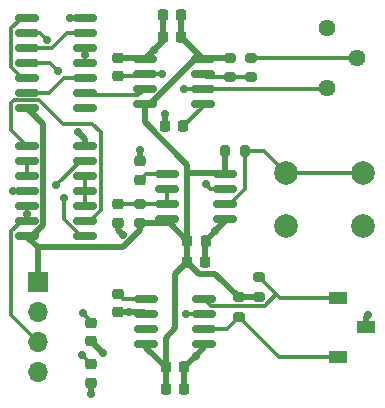
<source format=gtl>
%TF.GenerationSoftware,KiCad,Pcbnew,8.0.7*%
%TF.CreationDate,2025-01-18T18:37:27+05:30*%
%TF.ProjectId,AOS16 Timer,414f5331-3620-4546-996d-65722e6b6963,rev?*%
%TF.SameCoordinates,Original*%
%TF.FileFunction,Copper,L1,Top*%
%TF.FilePolarity,Positive*%
%FSLAX46Y46*%
G04 Gerber Fmt 4.6, Leading zero omitted, Abs format (unit mm)*
G04 Created by KiCad (PCBNEW 8.0.7) date 2025-01-18 18:37:27*
%MOMM*%
%LPD*%
G01*
G04 APERTURE LIST*
G04 Aperture macros list*
%AMRoundRect*
0 Rectangle with rounded corners*
0 $1 Rounding radius*
0 $2 $3 $4 $5 $6 $7 $8 $9 X,Y pos of 4 corners*
0 Add a 4 corners polygon primitive as box body*
4,1,4,$2,$3,$4,$5,$6,$7,$8,$9,$2,$3,0*
0 Add four circle primitives for the rounded corners*
1,1,$1+$1,$2,$3*
1,1,$1+$1,$4,$5*
1,1,$1+$1,$6,$7*
1,1,$1+$1,$8,$9*
0 Add four rect primitives between the rounded corners*
20,1,$1+$1,$2,$3,$4,$5,0*
20,1,$1+$1,$4,$5,$6,$7,0*
20,1,$1+$1,$6,$7,$8,$9,0*
20,1,$1+$1,$8,$9,$2,$3,0*%
G04 Aperture macros list end*
%TA.AperFunction,SMDPad,CuDef*%
%ADD10RoundRect,0.218750X0.256250X-0.218750X0.256250X0.218750X-0.256250X0.218750X-0.256250X-0.218750X0*%
%TD*%
%TA.AperFunction,SMDPad,CuDef*%
%ADD11RoundRect,0.150000X-0.825000X-0.150000X0.825000X-0.150000X0.825000X0.150000X-0.825000X0.150000X0*%
%TD*%
%TA.AperFunction,SMDPad,CuDef*%
%ADD12RoundRect,0.225000X0.250000X-0.225000X0.250000X0.225000X-0.250000X0.225000X-0.250000X-0.225000X0*%
%TD*%
%TA.AperFunction,SMDPad,CuDef*%
%ADD13RoundRect,0.225000X0.225000X0.250000X-0.225000X0.250000X-0.225000X-0.250000X0.225000X-0.250000X0*%
%TD*%
%TA.AperFunction,SMDPad,CuDef*%
%ADD14RoundRect,0.200000X0.200000X0.275000X-0.200000X0.275000X-0.200000X-0.275000X0.200000X-0.275000X0*%
%TD*%
%TA.AperFunction,SMDPad,CuDef*%
%ADD15RoundRect,0.225000X-0.250000X0.225000X-0.250000X-0.225000X0.250000X-0.225000X0.250000X0.225000X0*%
%TD*%
%TA.AperFunction,SMDPad,CuDef*%
%ADD16RoundRect,0.150000X0.825000X0.150000X-0.825000X0.150000X-0.825000X-0.150000X0.825000X-0.150000X0*%
%TD*%
%TA.AperFunction,SMDPad,CuDef*%
%ADD17R,1.600000X1.000000*%
%TD*%
%TA.AperFunction,SMDPad,CuDef*%
%ADD18RoundRect,0.200000X-0.275000X0.200000X-0.275000X-0.200000X0.275000X-0.200000X0.275000X0.200000X0*%
%TD*%
%TA.AperFunction,SMDPad,CuDef*%
%ADD19RoundRect,0.200000X0.275000X-0.200000X0.275000X0.200000X-0.275000X0.200000X-0.275000X-0.200000X0*%
%TD*%
%TA.AperFunction,SMDPad,CuDef*%
%ADD20RoundRect,0.225000X-0.225000X-0.250000X0.225000X-0.250000X0.225000X0.250000X-0.225000X0.250000X0*%
%TD*%
%TA.AperFunction,ComponentPad*%
%ADD21C,1.440000*%
%TD*%
%TA.AperFunction,ComponentPad*%
%ADD22R,1.700000X1.700000*%
%TD*%
%TA.AperFunction,ComponentPad*%
%ADD23O,1.700000X1.700000*%
%TD*%
%TA.AperFunction,ComponentPad*%
%ADD24C,2.000000*%
%TD*%
%TA.AperFunction,ViaPad*%
%ADD25C,0.700000*%
%TD*%
%TA.AperFunction,Conductor*%
%ADD26C,0.300000*%
%TD*%
%TA.AperFunction,Conductor*%
%ADD27C,0.500000*%
%TD*%
G04 APERTURE END LIST*
D10*
%TO.P,D2,1,K*%
%TO.N,GND*%
X78000000Y-87487500D03*
%TO.P,D2,2,A*%
%TO.N,Net-(D2-A)*%
X78000000Y-85912500D03*
%TD*%
D11*
%TO.P,U1,1,GND*%
%TO.N,GND*%
X82525000Y-63595000D03*
%TO.P,U1,2,TR*%
%TO.N,Net-(U1-THR)*%
X82525000Y-64865000D03*
%TO.P,U1,3,Q*%
%TO.N,Net-(U1-Q)*%
X82525000Y-66135000D03*
%TO.P,U1,4,R*%
%TO.N,VCC*%
X82525000Y-67405000D03*
%TO.P,U1,5,CV*%
%TO.N,Net-(U1-CV)*%
X87475000Y-67405000D03*
%TO.P,U1,6,THR*%
%TO.N,Net-(U1-THR)*%
X87475000Y-66135000D03*
%TO.P,U1,7,DIS*%
%TO.N,Net-(U1-DIS)*%
X87475000Y-64865000D03*
%TO.P,U1,8,VCC*%
%TO.N,VCC*%
X87475000Y-63595000D03*
%TD*%
D12*
%TO.P,C5,1*%
%TO.N,Net-(U2-CV)*%
X82088300Y-73800000D03*
%TO.P,C5,2*%
%TO.N,GND*%
X82088300Y-72250000D03*
%TD*%
D13*
%TO.P,C3,1*%
%TO.N,VCC*%
X85600000Y-61700000D03*
%TO.P,C3,2*%
%TO.N,GND*%
X84050000Y-61700000D03*
%TD*%
D14*
%TO.P,R3,1*%
%TO.N,Net-(U2-TR)*%
X91000000Y-71350000D03*
%TO.P,R3,2*%
%TO.N,VCC*%
X89350000Y-71350000D03*
%TD*%
D12*
%TO.P,C1,1*%
%TO.N,Net-(U1-THR)*%
X80285000Y-65075000D03*
%TO.P,C1,2*%
%TO.N,GND*%
X80285000Y-63525000D03*
%TD*%
D15*
%TO.P,C6,1*%
%TO.N,Net-(U2-DIS)*%
X80250000Y-75900000D03*
%TO.P,C6,2*%
%TO.N,GND*%
X80250000Y-77450000D03*
%TD*%
D16*
%TO.P,U3,1,GND*%
%TO.N,GND*%
X87563300Y-87705000D03*
%TO.P,U3,2,TR*%
%TO.N,Net-(U3-TR)*%
X87563300Y-86435000D03*
%TO.P,U3,3,Q*%
%TO.N,Net-(U3-Q)*%
X87563300Y-85165000D03*
%TO.P,U3,4,R*%
%TO.N,Net-(U3-R)*%
X87563300Y-83895000D03*
%TO.P,U3,5,CV*%
%TO.N,Net-(U3-CV)*%
X82613300Y-83895000D03*
%TO.P,U3,6,THR*%
%TO.N,GND*%
X82613300Y-85165000D03*
%TO.P,U3,7,DIS*%
%TO.N,unconnected-(U3-DIS-Pad7)*%
X82613300Y-86435000D03*
%TO.P,U3,8,VCC*%
%TO.N,VCC*%
X82613300Y-87705000D03*
%TD*%
D17*
%TO.P,S1,1,1*%
%TO.N,Net-(U3-R)*%
X98875000Y-83800000D03*
%TO.P,S1,2,2*%
%TO.N,GND*%
X101275000Y-86300000D03*
%TO.P,S1,3,3*%
%TO.N,Net-(U3-TR)*%
X98875000Y-88800000D03*
%TD*%
D13*
%TO.P,C2,1*%
%TO.N,Net-(U1-CV)*%
X85800000Y-69300000D03*
%TO.P,C2,2*%
%TO.N,GND*%
X84250000Y-69300000D03*
%TD*%
D18*
%TO.P,R1,1*%
%TO.N,VCC*%
X89750000Y-63475000D03*
%TO.P,R1,2*%
%TO.N,Net-(U1-DIS)*%
X89750000Y-65125000D03*
%TD*%
D10*
%TO.P,D1,1,K*%
%TO.N,GND*%
X78000000Y-91000000D03*
%TO.P,D1,2,A*%
%TO.N,Net-(D1-A)*%
X78000000Y-89425000D03*
%TD*%
D19*
%TO.P,R4,1*%
%TO.N,VCC*%
X82150000Y-77500000D03*
%TO.P,R4,2*%
%TO.N,Net-(U2-DIS)*%
X82150000Y-75850000D03*
%TD*%
D20*
%TO.P,C8,1*%
%TO.N,VCC*%
X86138300Y-79000000D03*
%TO.P,C8,2*%
%TO.N,GND*%
X87688300Y-79000000D03*
%TD*%
D18*
%TO.P,R6,1*%
%TO.N,VCC*%
X90500000Y-83750000D03*
%TO.P,R6,2*%
%TO.N,Net-(U3-TR)*%
X90500000Y-85400000D03*
%TD*%
D16*
%TO.P,U5,1*%
%TO.N,Net-(U4-Pad11)*%
X77475000Y-78560000D03*
%TO.P,U5,2*%
%TO.N,Net-(U5-Pad2)*%
X77475000Y-77290000D03*
%TO.P,U5,3*%
%TO.N,Net-(U5-Pad3)*%
X77475000Y-76020000D03*
%TO.P,U5,4*%
X77475000Y-74750000D03*
%TO.P,U5,5*%
X77475000Y-73480000D03*
%TO.P,U5,6*%
%TO.N,Net-(J1-Pin_3)*%
X77475000Y-72210000D03*
%TO.P,U5,7,GND*%
%TO.N,GND*%
X77475000Y-70940000D03*
%TO.P,U5,8*%
%TO.N,Net-(U5-Pad2)*%
X72525000Y-70940000D03*
%TO.P,U5,9*%
%TO.N,/HLT*%
X72525000Y-72210000D03*
%TO.P,U5,10*%
X72525000Y-73480000D03*
%TO.P,U5,11*%
%TO.N,Net-(J1-Pin_4)*%
X72525000Y-74750000D03*
%TO.P,U5,12*%
%TO.N,Net-(J1-Pin_3)*%
X72525000Y-76020000D03*
%TO.P,U5,13*%
X72525000Y-77290000D03*
%TO.P,U5,14,VCC*%
%TO.N,VCC*%
X72525000Y-78560000D03*
%TD*%
D19*
%TO.P,R2,1*%
%TO.N,Net-(U1-DIS)*%
X91500000Y-65150000D03*
%TO.P,R2,2*%
%TO.N,Net-(R2-Pad2)*%
X91500000Y-63500000D03*
%TD*%
%TO.P,R5,1*%
%TO.N,VCC*%
X92225000Y-83725000D03*
%TO.P,R5,2*%
%TO.N,Net-(U3-R)*%
X92225000Y-82075000D03*
%TD*%
D13*
%TO.P,C4,1*%
%TO.N,VCC*%
X85600000Y-59900000D03*
%TO.P,C4,2*%
%TO.N,GND*%
X84050000Y-59900000D03*
%TD*%
D21*
%TO.P,RV1,1,1*%
%TO.N,Net-(U1-THR)*%
X97960000Y-66040000D03*
%TO.P,RV1,2,2*%
%TO.N,Net-(R2-Pad2)*%
X100500000Y-63500000D03*
%TO.P,RV1,3,3*%
%TO.N,unconnected-(RV1-Pad3)*%
X97960000Y-60960000D03*
%TD*%
D15*
%TO.P,C9,1*%
%TO.N,Net-(U3-CV)*%
X80288300Y-83505000D03*
%TO.P,C9,2*%
%TO.N,GND*%
X80288300Y-85055000D03*
%TD*%
D22*
%TO.P,J1,1,Pin_1*%
%TO.N,VCC*%
X73500000Y-82500000D03*
D23*
%TO.P,J1,2,Pin_2*%
%TO.N,GND*%
X73500000Y-85040000D03*
%TO.P,J1,3,Pin_3*%
%TO.N,Net-(J1-Pin_3)*%
X73500000Y-87580000D03*
%TO.P,J1,4,Pin_4*%
%TO.N,Net-(J1-Pin_4)*%
X73500000Y-90120000D03*
%TD*%
D16*
%TO.P,U2,1,GND*%
%TO.N,GND*%
X89363300Y-77105000D03*
%TO.P,U2,2,TR*%
%TO.N,Net-(U2-TR)*%
X89363300Y-75835000D03*
%TO.P,U2,3,Q*%
%TO.N,Net-(U2-Q)*%
X89363300Y-74565000D03*
%TO.P,U2,4,R*%
%TO.N,VCC*%
X89363300Y-73295000D03*
%TO.P,U2,5,CV*%
%TO.N,Net-(U2-CV)*%
X84413300Y-73295000D03*
%TO.P,U2,6,THR*%
%TO.N,Net-(U2-DIS)*%
X84413300Y-74565000D03*
%TO.P,U2,7,DIS*%
X84413300Y-75835000D03*
%TO.P,U2,8,VCC*%
%TO.N,VCC*%
X84413300Y-77105000D03*
%TD*%
D20*
%TO.P,C10,1*%
%TO.N,VCC*%
X84288300Y-89705000D03*
%TO.P,C10,2*%
%TO.N,GND*%
X85838300Y-89705000D03*
%TD*%
D24*
%TO.P,SW1,1,1*%
%TO.N,GND*%
X101000000Y-77750000D03*
X94500000Y-77750000D03*
%TO.P,SW1,2,2*%
%TO.N,Net-(U2-TR)*%
X101000000Y-73250000D03*
X94500000Y-73250000D03*
%TD*%
D20*
%TO.P,C7,1*%
%TO.N,VCC*%
X86113300Y-80800000D03*
%TO.P,C7,2*%
%TO.N,GND*%
X87663300Y-80800000D03*
%TD*%
%TO.P,C11,1*%
%TO.N,VCC*%
X84288300Y-91505000D03*
%TO.P,C11,2*%
%TO.N,GND*%
X85838300Y-91505000D03*
%TD*%
D16*
%TO.P,U4,1*%
%TO.N,Net-(U3-Q)*%
X77475000Y-67710000D03*
%TO.P,U4,2*%
%TO.N,Net-(U1-Q)*%
X77475000Y-66440000D03*
%TO.P,U4,3*%
%TO.N,Net-(U4-Pad13)*%
X77475000Y-65170000D03*
%TO.P,U4,4*%
%TO.N,Net-(U3-Q)*%
X77475000Y-63900000D03*
%TO.P,U4,5*%
X77475000Y-62630000D03*
%TO.P,U4,6*%
%TO.N,Net-(U4-Pad10)*%
X77475000Y-61360000D03*
%TO.P,U4,7,GND*%
%TO.N,GND*%
X77475000Y-60090000D03*
%TO.P,U4,8*%
%TO.N,Net-(U4-Pad12)*%
X72525000Y-60090000D03*
%TO.P,U4,9*%
%TO.N,Net-(U2-Q)*%
X72525000Y-61360000D03*
%TO.P,U4,10*%
%TO.N,Net-(U4-Pad10)*%
X72525000Y-62630000D03*
%TO.P,U4,11*%
%TO.N,Net-(U4-Pad11)*%
X72525000Y-63900000D03*
%TO.P,U4,12*%
%TO.N,Net-(U4-Pad12)*%
X72525000Y-65170000D03*
%TO.P,U4,13*%
%TO.N,Net-(U4-Pad13)*%
X72525000Y-66440000D03*
%TO.P,U4,14,VCC*%
%TO.N,VCC*%
X72525000Y-67710000D03*
%TD*%
D25*
%TO.N,Net-(U1-THR)*%
X85850000Y-66100000D03*
%TO.N,GND*%
X88506650Y-78181650D03*
X81225000Y-85055000D03*
X83322500Y-62797500D03*
%TO.N,Net-(J1-Pin_3)*%
X72575000Y-76725000D03*
X75025000Y-74284400D03*
%TO.N,Net-(U3-Q)*%
X86000000Y-85225000D03*
X77475000Y-63300000D03*
%TO.N,Net-(D2-A)*%
X77275000Y-85137500D03*
%TO.N,Net-(D1-A)*%
X77200000Y-88625000D03*
%TO.N,Net-(J1-Pin_4)*%
X71400000Y-74750000D03*
%TO.N,Net-(U4-Pad11)*%
X75200000Y-64600000D03*
X75677400Y-75325000D03*
%TO.N,Net-(U2-Q)*%
X74275000Y-61975000D03*
X87693900Y-74174500D03*
%TO.N,Net-(U1-THR)*%
X83950000Y-64865000D03*
%TO.N,GND*%
X76169700Y-60131600D03*
X76900000Y-69800000D03*
X101427500Y-85245800D03*
X86850000Y-88725000D03*
X80650000Y-78475000D03*
X84250000Y-68291300D03*
X82088300Y-71261600D03*
X78000000Y-91972000D03*
X79009000Y-88500000D03*
%TD*%
D26*
%TO.N,Net-(U4-Pad11)*%
X77126054Y-78560000D02*
X77475000Y-78560000D01*
X75677400Y-77111346D02*
X77126054Y-78560000D01*
X75677400Y-75325000D02*
X75677400Y-77111346D01*
%TO.N,Net-(U2-Q)*%
X73645200Y-61360000D02*
X72525000Y-61360000D01*
X74260200Y-61975000D02*
X73645200Y-61360000D01*
X74275000Y-61975000D02*
X74260200Y-61975000D01*
%TO.N,Net-(U4-Pad10)*%
X75940000Y-61360000D02*
X77475000Y-61360000D01*
X72525000Y-62630000D02*
X74670000Y-62630000D01*
X74670000Y-62630000D02*
X75940000Y-61360000D01*
%TO.N,Net-(U2-TR)*%
X91000000Y-74597000D02*
X91000000Y-71350000D01*
X89762000Y-75835000D02*
X91000000Y-74597000D01*
X89363300Y-75835000D02*
X89762000Y-75835000D01*
%TO.N,Net-(J1-Pin_4)*%
X71400000Y-74750000D02*
X72525000Y-74750000D01*
%TO.N,Net-(U4-Pad11)*%
X74500000Y-63900000D02*
X72525000Y-63900000D01*
X75200000Y-64600000D02*
X74500000Y-63900000D01*
%TO.N,Net-(U4-Pad13)*%
X74460000Y-66440000D02*
X72525000Y-66440000D01*
X75730000Y-65170000D02*
X74460000Y-66440000D01*
X77475000Y-65170000D02*
X75730000Y-65170000D01*
D27*
%TO.N,GND*%
X77475000Y-70375000D02*
X77475000Y-70940000D01*
X76900000Y-69800000D02*
X77475000Y-70375000D01*
D26*
%TO.N,Net-(U5-Pad2)*%
X77898900Y-77290000D02*
X77475000Y-77290000D01*
X78793700Y-76395200D02*
X77898900Y-77290000D01*
X78793700Y-69793700D02*
X78793700Y-76395200D01*
X78100000Y-69100000D02*
X78793700Y-69793700D01*
X71494000Y-67075000D02*
X73574900Y-67075000D01*
X71210600Y-67358400D02*
X71494000Y-67075000D01*
X71210600Y-69625600D02*
X71210600Y-67358400D01*
X73574900Y-67075000D02*
X75599900Y-69100000D01*
X75599900Y-69100000D02*
X78100000Y-69100000D01*
X72525000Y-70940000D02*
X71210600Y-69625600D01*
D27*
%TO.N,GND*%
X79009000Y-88500000D02*
X78000000Y-87491000D01*
X78000000Y-87491000D02*
X78000000Y-87487500D01*
X80250000Y-78075000D02*
X80650000Y-78475000D01*
X80250000Y-77450000D02*
X80250000Y-78075000D01*
%TO.N,VCC*%
X82150000Y-78100000D02*
X82150000Y-77500000D01*
X80715000Y-79535000D02*
X82150000Y-78100000D01*
X73500000Y-79535000D02*
X80715000Y-79535000D01*
D26*
%TO.N,Net-(D2-A)*%
X78000000Y-85862500D02*
X78000000Y-85912500D01*
X77275000Y-85137500D02*
X78000000Y-85862500D01*
%TO.N,Net-(D1-A)*%
X77200000Y-88625000D02*
X78000000Y-89425000D01*
%TO.N,Net-(U1-THR)*%
X87440000Y-66100000D02*
X87475000Y-66135000D01*
X85850000Y-66100000D02*
X87440000Y-66100000D01*
D27*
%TO.N,VCC*%
X86825368Y-63595000D02*
X83015368Y-67405000D01*
X87475000Y-63595000D02*
X86825368Y-63595000D01*
X83015368Y-67405000D02*
X82525000Y-67405000D01*
%TO.N,GND*%
X88506650Y-78181650D02*
X87688300Y-79000000D01*
X89363300Y-77325000D02*
X88506650Y-78181650D01*
X89363300Y-77105000D02*
X89363300Y-77325000D01*
D26*
%TO.N,Net-(U2-TR)*%
X94500000Y-73250000D02*
X101000000Y-73250000D01*
D27*
%TO.N,GND*%
X81225000Y-85055000D02*
X82503300Y-85055000D01*
D26*
%TO.N,Net-(U3-R)*%
X92719500Y-84480500D02*
X88148800Y-84480500D01*
X93669600Y-83530400D02*
X92719500Y-84480500D01*
X93680500Y-83530400D02*
X93669600Y-83530400D01*
X88148800Y-84480500D02*
X87563300Y-83895000D01*
X93950100Y-83800000D02*
X93680500Y-83530400D01*
X98875000Y-83800000D02*
X93950100Y-83800000D01*
%TO.N,Net-(U3-TR)*%
X93900000Y-88800000D02*
X90500000Y-85400000D01*
X98875000Y-88800000D02*
X93900000Y-88800000D01*
D27*
%TO.N,VCC*%
X85600000Y-61720000D02*
X87475000Y-63595000D01*
X85600000Y-61700000D02*
X85600000Y-61720000D01*
%TO.N,GND*%
X83322500Y-62797500D02*
X82525000Y-63595000D01*
X82455000Y-63525000D02*
X82525000Y-63595000D01*
X80285000Y-63525000D02*
X82455000Y-63525000D01*
X84050000Y-62070000D02*
X83322500Y-62797500D01*
X84050000Y-61700000D02*
X84050000Y-62070000D01*
X76211300Y-60090000D02*
X77475000Y-60090000D01*
X76169700Y-60131600D02*
X76211300Y-60090000D01*
D26*
%TO.N,Net-(J1-Pin_3)*%
X71205100Y-85285100D02*
X71205100Y-78184200D01*
X71205100Y-78184200D02*
X72099300Y-77290000D01*
X72099300Y-77290000D02*
X72525000Y-77290000D01*
X73500000Y-87580000D02*
X71205100Y-85285100D01*
%TO.N,Net-(U3-Q)*%
X86000000Y-85225000D02*
X87503300Y-85225000D01*
X87503300Y-85225000D02*
X87563300Y-85165000D01*
X77475000Y-63300000D02*
X77475000Y-63900000D01*
D27*
%TO.N,VCC*%
X85125000Y-81788300D02*
X85125000Y-86409588D01*
X86113300Y-80800000D02*
X85125000Y-81788300D01*
X85125000Y-86409588D02*
X84288300Y-87246288D01*
X84288300Y-87246288D02*
X84288300Y-89705000D01*
%TO.N,GND*%
X87563300Y-88011700D02*
X87563300Y-87705000D01*
X85870000Y-89705000D02*
X85838300Y-89705000D01*
X86850000Y-88725000D02*
X85870000Y-89705000D01*
X86850000Y-88725000D02*
X87563300Y-88011700D01*
D26*
%TO.N,Net-(U1-THR)*%
X83950000Y-64865000D02*
X82525000Y-64865000D01*
%TO.N,Net-(U5-Pad3)*%
X77475000Y-73480000D02*
X77475000Y-74750000D01*
X77475000Y-74750000D02*
X77475000Y-76020000D01*
%TO.N,/HLT*%
X72525000Y-73480000D02*
X72525000Y-72210000D01*
%TO.N,Net-(J1-Pin_3)*%
X72525000Y-77290000D02*
X72525000Y-76020000D01*
%TO.N,Net-(U4-Pad12)*%
X72104200Y-60090000D02*
X72525000Y-60090000D01*
X71240100Y-60954100D02*
X72104200Y-60090000D01*
X71240100Y-64283800D02*
X71240100Y-60954100D01*
X72126300Y-65170000D02*
X71240100Y-64283800D01*
X72525000Y-65170000D02*
X72126300Y-65170000D01*
%TO.N,Net-(U3-Q)*%
X77475000Y-62630000D02*
X77475000Y-63300000D01*
%TO.N,Net-(U2-Q)*%
X88084400Y-74565000D02*
X87693900Y-74174500D01*
X89363300Y-74565000D02*
X88084400Y-74565000D01*
%TO.N,Net-(U1-Q)*%
X81976100Y-66683900D02*
X82525000Y-66135000D01*
X77718900Y-66683900D02*
X81976100Y-66683900D01*
X77475000Y-66440000D02*
X77718900Y-66683900D01*
%TO.N,Net-(U3-TR)*%
X89465000Y-86435000D02*
X87563300Y-86435000D01*
X90500000Y-85400000D02*
X89465000Y-86435000D01*
%TO.N,Net-(U3-R)*%
X93680500Y-83530400D02*
X92225000Y-82075000D01*
%TO.N,Net-(U2-TR)*%
X92600000Y-71350000D02*
X91000000Y-71350000D01*
X94500000Y-73250000D02*
X92600000Y-71350000D01*
%TO.N,Net-(U3-CV)*%
X80678300Y-83895000D02*
X80288300Y-83505000D01*
X82613300Y-83895000D02*
X80678300Y-83895000D01*
%TO.N,Net-(U2-DIS)*%
X84413300Y-75835000D02*
X84413300Y-74565000D01*
X82165000Y-75835000D02*
X82150000Y-75850000D01*
X84413300Y-75835000D02*
X82165000Y-75835000D01*
X82100000Y-75900000D02*
X82150000Y-75850000D01*
X80250000Y-75900000D02*
X82100000Y-75900000D01*
%TO.N,Net-(U1-CV)*%
X87475000Y-67625000D02*
X87475000Y-67405000D01*
X85800000Y-69300000D02*
X87475000Y-67625000D01*
%TO.N,Net-(U2-CV)*%
X82593300Y-73295000D02*
X82088300Y-73800000D01*
X84413300Y-73295000D02*
X82593300Y-73295000D01*
%TO.N,Net-(R2-Pad2)*%
X100500000Y-63500000D02*
X91500000Y-63500000D01*
%TO.N,Net-(U1-DIS)*%
X91475000Y-65125000D02*
X89750000Y-65125000D01*
X91500000Y-65150000D02*
X91475000Y-65125000D01*
X87735000Y-65125000D02*
X87475000Y-64865000D01*
X89750000Y-65125000D02*
X87735000Y-65125000D01*
D27*
%TO.N,VCC*%
X73500000Y-82500000D02*
X73500000Y-81248300D01*
X84288300Y-91505000D02*
X84288300Y-89705000D01*
X87595000Y-63475000D02*
X87475000Y-63595000D01*
X89750000Y-63475000D02*
X87595000Y-63475000D01*
X84413300Y-77500000D02*
X82150000Y-77500000D01*
X84413300Y-77500100D02*
X84413300Y-77500000D01*
X84638400Y-77500100D02*
X84413300Y-77500100D01*
X86138300Y-79000000D02*
X84638400Y-77500100D01*
X84413300Y-77500000D02*
X84413300Y-77105000D01*
X87081600Y-81768300D02*
X86113300Y-80800000D01*
X88518300Y-81768300D02*
X87081600Y-81768300D01*
X90500000Y-83750000D02*
X88518300Y-81768300D01*
X82613300Y-88030000D02*
X82613300Y-87705000D01*
X84288300Y-89705000D02*
X82613300Y-88030000D01*
X90525000Y-83725000D02*
X90500000Y-83750000D01*
X92225000Y-83725000D02*
X90525000Y-83725000D01*
X86138300Y-80775000D02*
X86113300Y-80800000D01*
X86138300Y-79000000D02*
X86138300Y-80775000D01*
X85600000Y-59900000D02*
X85600000Y-61700000D01*
X73500000Y-79535000D02*
X72768800Y-78803700D01*
X73500000Y-81248300D02*
X73500000Y-79535000D01*
X72768800Y-78803700D02*
X72525000Y-78560000D01*
X89363300Y-73295000D02*
X89350000Y-73281700D01*
X89350000Y-73281700D02*
X89350000Y-71350000D01*
X86138300Y-73281700D02*
X89350000Y-73281700D01*
X86138300Y-73281700D02*
X86138300Y-79000000D01*
X73933000Y-77639500D02*
X72768800Y-78803700D01*
X73933000Y-69118000D02*
X73933000Y-77639500D01*
X72525000Y-67710000D02*
X73933000Y-69118000D01*
X87475000Y-63575000D02*
X87475000Y-63595000D01*
X82525000Y-68961900D02*
X82525000Y-67405000D01*
X86138300Y-72575200D02*
X82525000Y-68961900D01*
X86138300Y-73281700D02*
X86138300Y-72575200D01*
D26*
%TO.N,Net-(U1-THR)*%
X97865000Y-66135000D02*
X87475000Y-66135000D01*
X97960000Y-66040000D02*
X97865000Y-66135000D01*
X82315000Y-65075000D02*
X80285000Y-65075000D01*
X82525000Y-64865000D02*
X82315000Y-65075000D01*
D27*
%TO.N,GND*%
X85838300Y-89705000D02*
X85838300Y-91505000D01*
X87663300Y-79025000D02*
X87663300Y-80800000D01*
X87688300Y-79000000D02*
X87663300Y-79025000D01*
X101275000Y-86300000D02*
X101275000Y-85398300D01*
X101427500Y-85245800D02*
X101275000Y-85398300D01*
X82503300Y-85055000D02*
X82613300Y-85165000D01*
X80288300Y-85055000D02*
X81225000Y-85055000D01*
X84050000Y-61700000D02*
X84050000Y-59900000D01*
X84250000Y-68291300D02*
X84250000Y-69300000D01*
X82088300Y-71261600D02*
X82088300Y-72250000D01*
X78000000Y-91972000D02*
X78000000Y-91000000D01*
X80288300Y-85055000D02*
X80248400Y-85094900D01*
D26*
%TO.N,Net-(J1-Pin_3)*%
X77099400Y-72210000D02*
X75025000Y-74284400D01*
X77475000Y-72210000D02*
X77099400Y-72210000D01*
%TD*%
M02*

</source>
